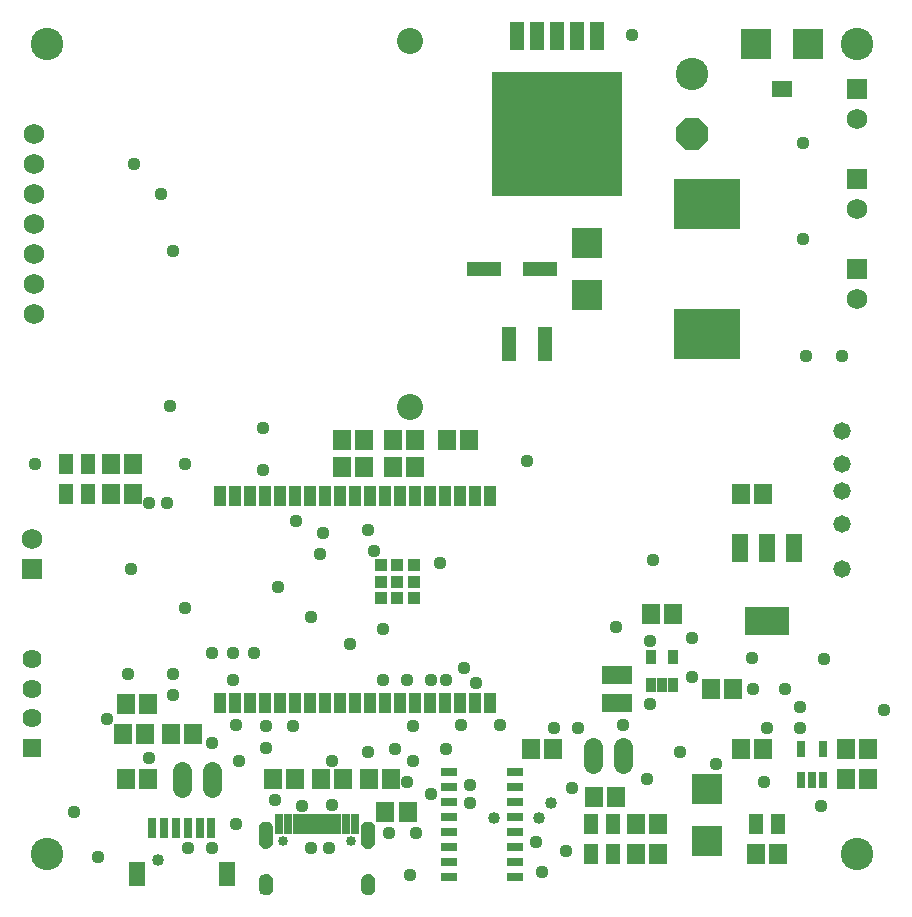
<source format=gbr>
G04 EAGLE Gerber RS-274X export*
G75*
%MOMM*%
%FSLAX34Y34*%
%LPD*%
%INSoldermask Top*%
%IPPOS*%
%AMOC8*
5,1,8,0,0,1.08239X$1,22.5*%
G01*
%ADD10C,2.743200*%
%ADD11P,2.969212X8X292.500000*%
%ADD12R,3.003200X1.203200*%
%ADD13R,1.303200X1.653200*%
%ADD14R,2.603200X2.603200*%
%ADD15R,1.203200X3.003200*%
%ADD16R,1.621200X1.621200*%
%ADD17C,1.621200*%
%ADD18R,11.003200X10.613200*%
%ADD19R,1.270000X2.362200*%
%ADD20R,1.422200X2.438200*%
%ADD21R,3.803200X2.403200*%
%ADD22C,1.727200*%
%ADD23C,2.203200*%
%ADD24R,0.803200X1.753200*%
%ADD25R,1.403200X2.003200*%
%ADD26R,1.733200X1.733200*%
%ADD27C,1.733200*%
%ADD28R,0.838200X1.473200*%
%ADD29R,5.703200X4.203200*%
%ADD30R,1.092200X1.701800*%
%ADD31R,1.092200X1.092200*%
%ADD32R,0.753200X1.403200*%
%ADD33R,0.903200X1.203200*%
%ADD34R,1.503200X1.703200*%
%ADD35R,2.603200X1.603200*%
%ADD36C,1.473200*%
%ADD37C,1.625600*%
%ADD38R,1.403200X0.803200*%
%ADD39R,0.503200X1.653200*%
%ADD40R,0.803200X1.653200*%
%ADD41R,0.753200X1.653200*%
%ADD42C,0.853200*%
%ADD43C,1.016000*%
%ADD44C,1.117600*%

G36*
X311184Y42883D02*
X311184Y42883D01*
X311190Y42889D01*
X311195Y42885D01*
X312425Y43250D01*
X312430Y43257D01*
X312435Y43255D01*
X313554Y43885D01*
X313557Y43892D01*
X313563Y43891D01*
X314513Y44754D01*
X314514Y44762D01*
X314520Y44762D01*
X315254Y45815D01*
X315254Y45823D01*
X315259Y45825D01*
X315741Y47015D01*
X315739Y47020D01*
X315743Y47023D01*
X315742Y47024D01*
X315744Y47025D01*
X315949Y48292D01*
X315946Y48297D01*
X315949Y48300D01*
X315949Y60300D01*
X315946Y60304D01*
X315949Y60307D01*
X315794Y61429D01*
X315789Y61434D01*
X315792Y61438D01*
X315421Y62509D01*
X315415Y62513D01*
X315417Y62518D01*
X314844Y63495D01*
X314838Y63498D01*
X314839Y63503D01*
X314086Y64350D01*
X314079Y64352D01*
X314079Y64357D01*
X313176Y65041D01*
X313169Y65041D01*
X313168Y65046D01*
X312149Y65541D01*
X312142Y65539D01*
X312140Y65544D01*
X311043Y65831D01*
X311037Y65828D01*
X311034Y65832D01*
X309903Y65899D01*
X309897Y65899D01*
X308766Y65832D01*
X308761Y65827D01*
X308757Y65831D01*
X307660Y65544D01*
X307656Y65538D01*
X307651Y65541D01*
X306632Y65046D01*
X306629Y65040D01*
X306624Y65041D01*
X305721Y64357D01*
X305719Y64350D01*
X305714Y64350D01*
X304961Y63503D01*
X304961Y63496D01*
X304956Y63495D01*
X304383Y62518D01*
X304384Y62515D01*
X304383Y62514D01*
X304384Y62513D01*
X304384Y62511D01*
X304379Y62509D01*
X304008Y61438D01*
X304010Y61433D01*
X304007Y61431D01*
X304007Y61430D01*
X304006Y61429D01*
X303851Y60307D01*
X303854Y60302D01*
X303851Y60300D01*
X303851Y48300D01*
X303854Y48295D01*
X303851Y48292D01*
X304056Y47025D01*
X304062Y47019D01*
X304059Y47015D01*
X304541Y45825D01*
X304548Y45821D01*
X304546Y45815D01*
X305280Y44762D01*
X305288Y44760D01*
X305287Y44754D01*
X306237Y43891D01*
X306246Y43890D01*
X306246Y43885D01*
X307365Y43255D01*
X307373Y43256D01*
X307375Y43250D01*
X308605Y42885D01*
X308613Y42888D01*
X308616Y42883D01*
X309897Y42801D01*
X309901Y42804D01*
X309903Y42801D01*
X311184Y42883D01*
G37*
G36*
X224784Y42883D02*
X224784Y42883D01*
X224790Y42889D01*
X224795Y42885D01*
X226025Y43250D01*
X226030Y43257D01*
X226035Y43255D01*
X227154Y43885D01*
X227157Y43892D01*
X227163Y43891D01*
X228113Y44754D01*
X228114Y44762D01*
X228120Y44762D01*
X228854Y45815D01*
X228854Y45823D01*
X228859Y45825D01*
X229341Y47015D01*
X229339Y47020D01*
X229343Y47023D01*
X229342Y47024D01*
X229344Y47025D01*
X229549Y48292D01*
X229546Y48297D01*
X229549Y48300D01*
X229549Y60300D01*
X229546Y60304D01*
X229549Y60307D01*
X229394Y61429D01*
X229389Y61434D01*
X229392Y61438D01*
X229021Y62509D01*
X229015Y62513D01*
X229017Y62518D01*
X228444Y63495D01*
X228438Y63498D01*
X228439Y63503D01*
X227686Y64350D01*
X227679Y64352D01*
X227679Y64357D01*
X226776Y65041D01*
X226769Y65041D01*
X226768Y65046D01*
X225749Y65541D01*
X225742Y65539D01*
X225740Y65544D01*
X224643Y65831D01*
X224637Y65828D01*
X224634Y65832D01*
X223503Y65899D01*
X223497Y65899D01*
X222366Y65832D01*
X222361Y65827D01*
X222357Y65831D01*
X221260Y65544D01*
X221256Y65538D01*
X221251Y65541D01*
X220232Y65046D01*
X220229Y65040D01*
X220224Y65041D01*
X219321Y64357D01*
X219319Y64350D01*
X219314Y64350D01*
X218561Y63503D01*
X218561Y63496D01*
X218556Y63495D01*
X217983Y62518D01*
X217984Y62515D01*
X217983Y62514D01*
X217984Y62513D01*
X217984Y62511D01*
X217979Y62509D01*
X217608Y61438D01*
X217610Y61433D01*
X217607Y61431D01*
X217607Y61430D01*
X217606Y61429D01*
X217451Y60307D01*
X217454Y60302D01*
X217451Y60300D01*
X217451Y48300D01*
X217454Y48295D01*
X217451Y48292D01*
X217656Y47025D01*
X217662Y47019D01*
X217659Y47015D01*
X218141Y45825D01*
X218148Y45821D01*
X218146Y45815D01*
X218880Y44762D01*
X218888Y44760D01*
X218887Y44754D01*
X219837Y43891D01*
X219846Y43890D01*
X219846Y43885D01*
X220965Y43255D01*
X220973Y43256D01*
X220975Y43250D01*
X222205Y42885D01*
X222213Y42888D01*
X222216Y42883D01*
X223497Y42801D01*
X223501Y42804D01*
X223503Y42801D01*
X224784Y42883D01*
G37*
G36*
X311071Y3611D02*
X311071Y3611D01*
X311076Y3616D01*
X311080Y3613D01*
X312203Y3948D01*
X312207Y3954D01*
X312211Y3952D01*
X313247Y4500D01*
X313250Y4506D01*
X313255Y4505D01*
X314163Y5244D01*
X314165Y5251D01*
X314170Y5251D01*
X314917Y6153D01*
X314917Y6161D01*
X314923Y6161D01*
X315479Y7192D01*
X315478Y7199D01*
X315483Y7201D01*
X315827Y8320D01*
X315825Y8327D01*
X315829Y8330D01*
X315949Y9495D01*
X315947Y9498D01*
X315949Y9500D01*
X315949Y15500D01*
X315947Y15503D01*
X315949Y15505D01*
X315838Y16681D01*
X315833Y16686D01*
X315836Y16690D01*
X315498Y17822D01*
X315492Y17826D01*
X315494Y17831D01*
X314942Y18875D01*
X314935Y18878D01*
X314937Y18883D01*
X314191Y19799D01*
X314184Y19800D01*
X314184Y19806D01*
X313275Y20559D01*
X313267Y20559D01*
X313267Y20564D01*
X312227Y21125D01*
X312220Y21124D01*
X312218Y21129D01*
X311089Y21476D01*
X311083Y21474D01*
X311080Y21478D01*
X309905Y21599D01*
X309898Y21595D01*
X309894Y21599D01*
X308554Y21442D01*
X308548Y21437D01*
X308543Y21440D01*
X307272Y20989D01*
X307267Y20982D01*
X307262Y20984D01*
X306123Y20262D01*
X306120Y20254D01*
X306114Y20255D01*
X305164Y19297D01*
X305163Y19289D01*
X305157Y19288D01*
X304444Y18143D01*
X304445Y18135D01*
X304439Y18133D01*
X303999Y16857D01*
X304001Y16850D01*
X303997Y16847D01*
X303851Y15505D01*
X303853Y15502D01*
X303851Y15500D01*
X303851Y9500D01*
X303853Y9497D01*
X303851Y9494D01*
X304006Y8165D01*
X304012Y8159D01*
X304009Y8155D01*
X304456Y6894D01*
X304463Y6889D01*
X304461Y6884D01*
X305178Y5754D01*
X305185Y5751D01*
X305184Y5745D01*
X306135Y4803D01*
X306143Y4802D01*
X306143Y4796D01*
X307279Y4089D01*
X307287Y4090D01*
X307289Y4084D01*
X308554Y3648D01*
X308559Y3649D01*
X308560Y3649D01*
X308563Y3649D01*
X308565Y3645D01*
X309895Y3501D01*
X309901Y3505D01*
X309905Y3501D01*
X311071Y3611D01*
G37*
G36*
X224671Y3611D02*
X224671Y3611D01*
X224676Y3616D01*
X224680Y3613D01*
X225803Y3948D01*
X225807Y3954D01*
X225811Y3952D01*
X226847Y4500D01*
X226850Y4506D01*
X226855Y4505D01*
X227763Y5244D01*
X227765Y5251D01*
X227770Y5251D01*
X228517Y6153D01*
X228517Y6161D01*
X228523Y6161D01*
X229079Y7192D01*
X229078Y7199D01*
X229083Y7201D01*
X229427Y8320D01*
X229425Y8327D01*
X229429Y8330D01*
X229549Y9495D01*
X229547Y9498D01*
X229549Y9500D01*
X229549Y15500D01*
X229547Y15503D01*
X229549Y15505D01*
X229438Y16681D01*
X229433Y16686D01*
X229436Y16690D01*
X229098Y17822D01*
X229092Y17826D01*
X229094Y17831D01*
X228542Y18875D01*
X228535Y18878D01*
X228537Y18883D01*
X227791Y19799D01*
X227784Y19800D01*
X227784Y19806D01*
X226875Y20559D01*
X226867Y20559D01*
X226867Y20564D01*
X225827Y21125D01*
X225820Y21124D01*
X225818Y21129D01*
X224689Y21476D01*
X224683Y21474D01*
X224680Y21478D01*
X223505Y21599D01*
X223498Y21595D01*
X223494Y21599D01*
X222154Y21442D01*
X222148Y21437D01*
X222143Y21440D01*
X220872Y20989D01*
X220867Y20982D01*
X220862Y20984D01*
X219723Y20262D01*
X219720Y20254D01*
X219714Y20255D01*
X218764Y19297D01*
X218763Y19289D01*
X218757Y19288D01*
X218044Y18143D01*
X218045Y18135D01*
X218039Y18133D01*
X217599Y16857D01*
X217601Y16850D01*
X217597Y16847D01*
X217451Y15505D01*
X217453Y15502D01*
X217451Y15500D01*
X217451Y9500D01*
X217453Y9497D01*
X217451Y9494D01*
X217606Y8165D01*
X217612Y8159D01*
X217609Y8155D01*
X218056Y6894D01*
X218063Y6889D01*
X218061Y6884D01*
X218778Y5754D01*
X218785Y5751D01*
X218784Y5745D01*
X219735Y4803D01*
X219743Y4802D01*
X219743Y4796D01*
X220879Y4089D01*
X220887Y4090D01*
X220889Y4084D01*
X222154Y3648D01*
X222159Y3649D01*
X222160Y3649D01*
X222163Y3649D01*
X222165Y3645D01*
X223495Y3501D01*
X223501Y3505D01*
X223505Y3501D01*
X224671Y3611D01*
G37*
D10*
X38100Y38100D03*
X723900Y38100D03*
X38100Y723900D03*
X723900Y723900D03*
X584200Y698500D03*
D11*
X584200Y647700D03*
D12*
X408300Y533400D03*
X455300Y533400D03*
D13*
X54500Y342900D03*
X72500Y342900D03*
X54500Y368300D03*
X72500Y368300D03*
D14*
X495300Y555400D03*
X495300Y511400D03*
X638400Y723900D03*
X682400Y723900D03*
D15*
X459500Y469900D03*
X429500Y469900D03*
D16*
X25400Y128270D03*
D17*
X25400Y153270D03*
X25400Y178270D03*
X25400Y203270D03*
D18*
X469900Y647700D03*
D19*
X503936Y731012D03*
X486918Y731012D03*
X469900Y731012D03*
X452882Y731012D03*
X435864Y731012D03*
D20*
X670810Y297690D03*
X647700Y297690D03*
X624590Y297690D03*
D21*
X647700Y235710D03*
D22*
X27500Y571500D03*
X27500Y546100D03*
X27500Y520700D03*
X27500Y495300D03*
X27500Y596900D03*
X27500Y622300D03*
X27500Y647700D03*
D23*
X345500Y416500D03*
X345500Y726500D03*
D24*
X177400Y60450D03*
X167400Y60450D03*
X157400Y60450D03*
X147400Y60450D03*
X137400Y60450D03*
X127400Y60450D03*
D25*
X190400Y21700D03*
X114400Y21700D03*
D26*
X723900Y609600D03*
D27*
X723900Y584200D03*
D28*
X664464Y685800D03*
X656336Y685800D03*
D29*
X596900Y588400D03*
X596900Y478400D03*
D30*
X412801Y341503D03*
X400101Y341503D03*
X387401Y341503D03*
X374701Y341503D03*
X362001Y341503D03*
X349301Y341503D03*
X336601Y341503D03*
X323901Y341503D03*
X311201Y341503D03*
X298501Y341503D03*
X285801Y341503D03*
X273101Y341503D03*
X260401Y341503D03*
X247701Y341503D03*
X235001Y341503D03*
X222301Y341503D03*
X209601Y341503D03*
X196901Y341503D03*
X184201Y341503D03*
X184201Y166497D03*
X196901Y166497D03*
X209601Y166497D03*
X222301Y166497D03*
X235001Y166497D03*
X247701Y166497D03*
X260401Y166497D03*
X273101Y166497D03*
X285801Y166497D03*
X298501Y166497D03*
X311201Y166497D03*
X323901Y166497D03*
X336601Y166497D03*
X349301Y166497D03*
X362001Y166497D03*
X374701Y166497D03*
X387401Y166497D03*
X400101Y166497D03*
X412801Y166497D03*
D31*
X334823Y269037D03*
X348818Y283032D03*
X348818Y255041D03*
X348818Y269037D03*
X334823Y283032D03*
X334823Y255041D03*
X320827Y283032D03*
X320827Y269037D03*
X320827Y255041D03*
D32*
X676300Y101299D03*
X685800Y101299D03*
X695300Y101299D03*
X695300Y127301D03*
X676300Y127301D03*
D33*
X549300Y181040D03*
X558800Y181040D03*
X568300Y181040D03*
X568300Y205040D03*
X549300Y205040D03*
D34*
X619100Y177800D03*
X600100Y177800D03*
X568300Y241300D03*
X549300Y241300D03*
D35*
X520700Y165800D03*
X520700Y189800D03*
D36*
X711200Y345440D03*
X711200Y317500D03*
X711200Y279400D03*
D37*
X177800Y108712D02*
X177800Y94488D01*
X152400Y94488D02*
X152400Y108712D01*
D26*
X25400Y279400D03*
D27*
X25400Y304800D03*
D26*
X723900Y533400D03*
D27*
X723900Y508000D03*
D38*
X378400Y107950D03*
X378400Y95250D03*
X378400Y82550D03*
X378400Y69850D03*
X378400Y57150D03*
X378400Y44450D03*
X378400Y31750D03*
X378400Y19050D03*
X434400Y19050D03*
X434400Y31750D03*
X434400Y44450D03*
X434400Y57150D03*
X434400Y69850D03*
X434400Y82550D03*
X434400Y95250D03*
X434400Y107950D03*
D39*
X274200Y63500D03*
X269200Y63500D03*
D40*
X298950Y63500D03*
D41*
X291200Y63500D03*
D39*
X284200Y63500D03*
X279200Y63500D03*
X259200Y63500D03*
X264200Y63500D03*
D40*
X234450Y63500D03*
D41*
X242200Y63500D03*
D39*
X249200Y63500D03*
X254200Y63500D03*
D42*
X237800Y49050D03*
X295600Y49050D03*
D34*
X288900Y101600D03*
X269900Y101600D03*
X248260Y101600D03*
X229260Y101600D03*
X310540Y101600D03*
X329540Y101600D03*
X343510Y73660D03*
X324510Y73660D03*
X447700Y127000D03*
X466700Y127000D03*
D26*
X723900Y685800D03*
D27*
X723900Y660400D03*
D13*
X638700Y63500D03*
X656700Y63500D03*
X499000Y63500D03*
X517000Y63500D03*
X499000Y38100D03*
X517000Y38100D03*
D34*
X330860Y388620D03*
X349860Y388620D03*
X376580Y388620D03*
X395580Y388620D03*
X111100Y342900D03*
X92100Y342900D03*
X111100Y368300D03*
X92100Y368300D03*
X142900Y139700D03*
X161900Y139700D03*
X638200Y38100D03*
X657200Y38100D03*
X625500Y127000D03*
X644500Y127000D03*
X121260Y139700D03*
X102260Y139700D03*
X123800Y165100D03*
X104800Y165100D03*
X287680Y388620D03*
X306680Y388620D03*
X536600Y63500D03*
X555600Y63500D03*
X536600Y38100D03*
X555600Y38100D03*
X714400Y127000D03*
X733400Y127000D03*
X714400Y101600D03*
X733400Y101600D03*
X644500Y342900D03*
X625500Y342900D03*
X306680Y365760D03*
X287680Y365760D03*
X349860Y365760D03*
X330860Y365760D03*
X104800Y101600D03*
X123800Y101600D03*
X520040Y86360D03*
X501040Y86360D03*
D14*
X596900Y93120D03*
X596900Y49120D03*
D36*
X711200Y368300D03*
X711200Y396240D03*
D37*
X500380Y129032D02*
X500380Y114808D01*
X525780Y114808D02*
X525780Y129032D01*
D43*
X464820Y81280D03*
X132080Y33020D03*
D44*
X124460Y119380D03*
X144780Y172720D03*
X223520Y128016D03*
X246380Y146304D03*
D43*
X416560Y68580D03*
X454660Y68580D03*
D44*
X109220Y279400D03*
X154940Y368300D03*
X271780Y309880D03*
X309880Y312420D03*
X269240Y292100D03*
X314960Y294640D03*
X177800Y43180D03*
X396240Y81280D03*
X375920Y185420D03*
X375920Y127000D03*
X157480Y43180D03*
X477520Y40640D03*
X342900Y99060D03*
X396240Y96520D03*
X363220Y185420D03*
X546100Y101600D03*
X482600Y93980D03*
X695960Y203200D03*
X634746Y204470D03*
X604520Y114300D03*
X675640Y162560D03*
X142240Y417576D03*
X144780Y548640D03*
X195580Y185420D03*
X195580Y208280D03*
X124460Y335280D03*
X111760Y622300D03*
X322580Y185420D03*
X213360Y208280D03*
X139700Y335280D03*
X134620Y596900D03*
X106680Y190500D03*
X144780Y190500D03*
X88900Y152400D03*
X294640Y215900D03*
X220980Y363220D03*
X370840Y284480D03*
X645160Y99060D03*
X584200Y187960D03*
X551180Y287020D03*
X421640Y147320D03*
X322580Y228600D03*
X693420Y78740D03*
X444500Y370840D03*
X467360Y144780D03*
X347980Y116840D03*
X452120Y48260D03*
X261620Y238760D03*
X154940Y246380D03*
X198120Y147320D03*
X309880Y124460D03*
X198120Y63500D03*
X327660Y55880D03*
X345440Y20320D03*
X81280Y35560D03*
X584200Y220980D03*
X220980Y398780D03*
X678180Y640080D03*
X678180Y558800D03*
X680720Y459740D03*
X533400Y731520D03*
X200660Y116840D03*
X248920Y320040D03*
X233680Y264160D03*
X177800Y208280D03*
X177800Y132080D03*
X548640Y218440D03*
X519738Y230178D03*
X223520Y146304D03*
X388620Y147320D03*
X347980Y146304D03*
X254116Y78624D03*
X231140Y83820D03*
X279400Y79756D03*
X279400Y116840D03*
X261620Y43180D03*
X277272Y43180D03*
X350520Y55880D03*
X574040Y124460D03*
X401320Y182880D03*
X675640Y144780D03*
X647700Y144780D03*
X662940Y177800D03*
X636016Y177800D03*
X487680Y144780D03*
X457200Y22860D03*
X363220Y89154D03*
X746760Y160020D03*
X711200Y459740D03*
X27940Y368300D03*
X60960Y73660D03*
X342900Y185420D03*
X332740Y127000D03*
X391160Y195580D03*
X525780Y147320D03*
X548640Y165100D03*
M02*

</source>
